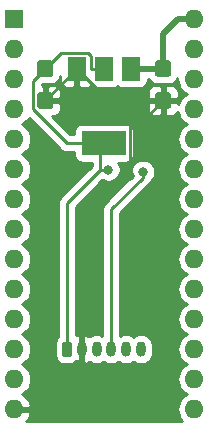
<source format=gbr>
G04 #@! TF.GenerationSoftware,KiCad,Pcbnew,(5.1.4)-1*
G04 #@! TF.CreationDate,2020-02-29T18:51:56+01:00*
G04 #@! TF.ProjectId,PLA_C64,504c415f-4336-4342-9e6b-696361645f70,rev?*
G04 #@! TF.SameCoordinates,Original*
G04 #@! TF.FileFunction,Copper,L2,Bot*
G04 #@! TF.FilePolarity,Positive*
%FSLAX46Y46*%
G04 Gerber Fmt 4.6, Leading zero omitted, Abs format (unit mm)*
G04 Created by KiCad (PCBNEW (5.1.4)-1) date 2020-02-29 18:51:56*
%MOMM*%
%LPD*%
G04 APERTURE LIST*
%ADD10O,0.800000X1.300000*%
%ADD11C,0.100000*%
%ADD12C,0.800000*%
%ADD13O,1.600000X1.600000*%
%ADD14R,1.600000X1.600000*%
%ADD15R,1.500000X2.000000*%
%ADD16R,3.800000X2.000000*%
%ADD17C,1.350000*%
%ADD18C,0.250000*%
%ADD19C,0.500000*%
%ADD20C,0.254000*%
G04 APERTURE END LIST*
D10*
X27415800Y-44574500D03*
X26165800Y-44574500D03*
X24915800Y-44574500D03*
X23665800Y-44574500D03*
X22415800Y-44574500D03*
D11*
G36*
X21385403Y-43925463D02*
G01*
X21404818Y-43928343D01*
X21423857Y-43933112D01*
X21442337Y-43939724D01*
X21460079Y-43948116D01*
X21476914Y-43958206D01*
X21492679Y-43969898D01*
X21507221Y-43983079D01*
X21520402Y-43997621D01*
X21532094Y-44013386D01*
X21542184Y-44030221D01*
X21550576Y-44047963D01*
X21557188Y-44066443D01*
X21561957Y-44085482D01*
X21564837Y-44104897D01*
X21565800Y-44124500D01*
X21565800Y-45024500D01*
X21564837Y-45044103D01*
X21561957Y-45063518D01*
X21557188Y-45082557D01*
X21550576Y-45101037D01*
X21542184Y-45118779D01*
X21532094Y-45135614D01*
X21520402Y-45151379D01*
X21507221Y-45165921D01*
X21492679Y-45179102D01*
X21476914Y-45190794D01*
X21460079Y-45200884D01*
X21442337Y-45209276D01*
X21423857Y-45215888D01*
X21404818Y-45220657D01*
X21385403Y-45223537D01*
X21365800Y-45224500D01*
X20965800Y-45224500D01*
X20946197Y-45223537D01*
X20926782Y-45220657D01*
X20907743Y-45215888D01*
X20889263Y-45209276D01*
X20871521Y-45200884D01*
X20854686Y-45190794D01*
X20838921Y-45179102D01*
X20824379Y-45165921D01*
X20811198Y-45151379D01*
X20799506Y-45135614D01*
X20789416Y-45118779D01*
X20781024Y-45101037D01*
X20774412Y-45082557D01*
X20769643Y-45063518D01*
X20766763Y-45044103D01*
X20765800Y-45024500D01*
X20765800Y-44124500D01*
X20766763Y-44104897D01*
X20769643Y-44085482D01*
X20774412Y-44066443D01*
X20781024Y-44047963D01*
X20789416Y-44030221D01*
X20799506Y-44013386D01*
X20811198Y-43997621D01*
X20824379Y-43983079D01*
X20838921Y-43969898D01*
X20854686Y-43958206D01*
X20871521Y-43948116D01*
X20889263Y-43939724D01*
X20907743Y-43933112D01*
X20926782Y-43928343D01*
X20946197Y-43925463D01*
X20965800Y-43924500D01*
X21365800Y-43924500D01*
X21385403Y-43925463D01*
X21385403Y-43925463D01*
G37*
D12*
X21165800Y-44574500D03*
D13*
X31952300Y-16628600D03*
X16712300Y-49648600D03*
X31952300Y-19168600D03*
X16712300Y-47108600D03*
X31952300Y-21708600D03*
X16712300Y-44568600D03*
X31952300Y-24248600D03*
X16712300Y-42028600D03*
X31952300Y-26788600D03*
X16712300Y-39488600D03*
X31952300Y-29328600D03*
X16712300Y-36948600D03*
X31952300Y-31868600D03*
X16712300Y-34408600D03*
X31952300Y-34408600D03*
X16712300Y-31868600D03*
X31952300Y-36948600D03*
X16712300Y-29328600D03*
X31952300Y-39488600D03*
X16712300Y-26788600D03*
X31952300Y-42028600D03*
X16712300Y-24248600D03*
X31952300Y-44568600D03*
X16712300Y-21708600D03*
X31952300Y-47108600D03*
X16712300Y-19168600D03*
X31952300Y-49648600D03*
D14*
X16712300Y-16628600D03*
D15*
X21995100Y-20827600D03*
X26595100Y-20827600D03*
X24295100Y-20827600D03*
D16*
X24295100Y-27127600D03*
D11*
G36*
X19771305Y-22812704D02*
G01*
X19795573Y-22816304D01*
X19819372Y-22822265D01*
X19842471Y-22830530D01*
X19864650Y-22841020D01*
X19885693Y-22853632D01*
X19905399Y-22868247D01*
X19923577Y-22884723D01*
X19940053Y-22902901D01*
X19954668Y-22922607D01*
X19967280Y-22943650D01*
X19977770Y-22965829D01*
X19986035Y-22988928D01*
X19991996Y-23012727D01*
X19995596Y-23036995D01*
X19996800Y-23061499D01*
X19996800Y-23961501D01*
X19995596Y-23986005D01*
X19991996Y-24010273D01*
X19986035Y-24034072D01*
X19977770Y-24057171D01*
X19967280Y-24079350D01*
X19954668Y-24100393D01*
X19940053Y-24120099D01*
X19923577Y-24138277D01*
X19905399Y-24154753D01*
X19885693Y-24169368D01*
X19864650Y-24181980D01*
X19842471Y-24192470D01*
X19819372Y-24200735D01*
X19795573Y-24206696D01*
X19771305Y-24210296D01*
X19746801Y-24211500D01*
X18896799Y-24211500D01*
X18872295Y-24210296D01*
X18848027Y-24206696D01*
X18824228Y-24200735D01*
X18801129Y-24192470D01*
X18778950Y-24181980D01*
X18757907Y-24169368D01*
X18738201Y-24154753D01*
X18720023Y-24138277D01*
X18703547Y-24120099D01*
X18688932Y-24100393D01*
X18676320Y-24079350D01*
X18665830Y-24057171D01*
X18657565Y-24034072D01*
X18651604Y-24010273D01*
X18648004Y-23986005D01*
X18646800Y-23961501D01*
X18646800Y-23061499D01*
X18648004Y-23036995D01*
X18651604Y-23012727D01*
X18657565Y-22988928D01*
X18665830Y-22965829D01*
X18676320Y-22943650D01*
X18688932Y-22922607D01*
X18703547Y-22902901D01*
X18720023Y-22884723D01*
X18738201Y-22868247D01*
X18757907Y-22853632D01*
X18778950Y-22841020D01*
X18801129Y-22830530D01*
X18824228Y-22822265D01*
X18848027Y-22816304D01*
X18872295Y-22812704D01*
X18896799Y-22811500D01*
X19746801Y-22811500D01*
X19771305Y-22812704D01*
X19771305Y-22812704D01*
G37*
D17*
X19321800Y-23511500D03*
D11*
G36*
X19771305Y-20112704D02*
G01*
X19795573Y-20116304D01*
X19819372Y-20122265D01*
X19842471Y-20130530D01*
X19864650Y-20141020D01*
X19885693Y-20153632D01*
X19905399Y-20168247D01*
X19923577Y-20184723D01*
X19940053Y-20202901D01*
X19954668Y-20222607D01*
X19967280Y-20243650D01*
X19977770Y-20265829D01*
X19986035Y-20288928D01*
X19991996Y-20312727D01*
X19995596Y-20336995D01*
X19996800Y-20361499D01*
X19996800Y-21261501D01*
X19995596Y-21286005D01*
X19991996Y-21310273D01*
X19986035Y-21334072D01*
X19977770Y-21357171D01*
X19967280Y-21379350D01*
X19954668Y-21400393D01*
X19940053Y-21420099D01*
X19923577Y-21438277D01*
X19905399Y-21454753D01*
X19885693Y-21469368D01*
X19864650Y-21481980D01*
X19842471Y-21492470D01*
X19819372Y-21500735D01*
X19795573Y-21506696D01*
X19771305Y-21510296D01*
X19746801Y-21511500D01*
X18896799Y-21511500D01*
X18872295Y-21510296D01*
X18848027Y-21506696D01*
X18824228Y-21500735D01*
X18801129Y-21492470D01*
X18778950Y-21481980D01*
X18757907Y-21469368D01*
X18738201Y-21454753D01*
X18720023Y-21438277D01*
X18703547Y-21420099D01*
X18688932Y-21400393D01*
X18676320Y-21379350D01*
X18665830Y-21357171D01*
X18657565Y-21334072D01*
X18651604Y-21310273D01*
X18648004Y-21286005D01*
X18646800Y-21261501D01*
X18646800Y-20361499D01*
X18648004Y-20336995D01*
X18651604Y-20312727D01*
X18657565Y-20288928D01*
X18665830Y-20265829D01*
X18676320Y-20243650D01*
X18688932Y-20222607D01*
X18703547Y-20202901D01*
X18720023Y-20184723D01*
X18738201Y-20168247D01*
X18757907Y-20153632D01*
X18778950Y-20141020D01*
X18801129Y-20130530D01*
X18824228Y-20122265D01*
X18848027Y-20116304D01*
X18872295Y-20112704D01*
X18896799Y-20111500D01*
X19746801Y-20111500D01*
X19771305Y-20112704D01*
X19771305Y-20112704D01*
G37*
D17*
X19321800Y-20811500D03*
D11*
G36*
X29743305Y-22812704D02*
G01*
X29767573Y-22816304D01*
X29791372Y-22822265D01*
X29814471Y-22830530D01*
X29836650Y-22841020D01*
X29857693Y-22853632D01*
X29877399Y-22868247D01*
X29895577Y-22884723D01*
X29912053Y-22902901D01*
X29926668Y-22922607D01*
X29939280Y-22943650D01*
X29949770Y-22965829D01*
X29958035Y-22988928D01*
X29963996Y-23012727D01*
X29967596Y-23036995D01*
X29968800Y-23061499D01*
X29968800Y-23961501D01*
X29967596Y-23986005D01*
X29963996Y-24010273D01*
X29958035Y-24034072D01*
X29949770Y-24057171D01*
X29939280Y-24079350D01*
X29926668Y-24100393D01*
X29912053Y-24120099D01*
X29895577Y-24138277D01*
X29877399Y-24154753D01*
X29857693Y-24169368D01*
X29836650Y-24181980D01*
X29814471Y-24192470D01*
X29791372Y-24200735D01*
X29767573Y-24206696D01*
X29743305Y-24210296D01*
X29718801Y-24211500D01*
X28868799Y-24211500D01*
X28844295Y-24210296D01*
X28820027Y-24206696D01*
X28796228Y-24200735D01*
X28773129Y-24192470D01*
X28750950Y-24181980D01*
X28729907Y-24169368D01*
X28710201Y-24154753D01*
X28692023Y-24138277D01*
X28675547Y-24120099D01*
X28660932Y-24100393D01*
X28648320Y-24079350D01*
X28637830Y-24057171D01*
X28629565Y-24034072D01*
X28623604Y-24010273D01*
X28620004Y-23986005D01*
X28618800Y-23961501D01*
X28618800Y-23061499D01*
X28620004Y-23036995D01*
X28623604Y-23012727D01*
X28629565Y-22988928D01*
X28637830Y-22965829D01*
X28648320Y-22943650D01*
X28660932Y-22922607D01*
X28675547Y-22902901D01*
X28692023Y-22884723D01*
X28710201Y-22868247D01*
X28729907Y-22853632D01*
X28750950Y-22841020D01*
X28773129Y-22830530D01*
X28796228Y-22822265D01*
X28820027Y-22816304D01*
X28844295Y-22812704D01*
X28868799Y-22811500D01*
X29718801Y-22811500D01*
X29743305Y-22812704D01*
X29743305Y-22812704D01*
G37*
D17*
X29293800Y-23511500D03*
D11*
G36*
X29743305Y-20112704D02*
G01*
X29767573Y-20116304D01*
X29791372Y-20122265D01*
X29814471Y-20130530D01*
X29836650Y-20141020D01*
X29857693Y-20153632D01*
X29877399Y-20168247D01*
X29895577Y-20184723D01*
X29912053Y-20202901D01*
X29926668Y-20222607D01*
X29939280Y-20243650D01*
X29949770Y-20265829D01*
X29958035Y-20288928D01*
X29963996Y-20312727D01*
X29967596Y-20336995D01*
X29968800Y-20361499D01*
X29968800Y-21261501D01*
X29967596Y-21286005D01*
X29963996Y-21310273D01*
X29958035Y-21334072D01*
X29949770Y-21357171D01*
X29939280Y-21379350D01*
X29926668Y-21400393D01*
X29912053Y-21420099D01*
X29895577Y-21438277D01*
X29877399Y-21454753D01*
X29857693Y-21469368D01*
X29836650Y-21481980D01*
X29814471Y-21492470D01*
X29791372Y-21500735D01*
X29767573Y-21506696D01*
X29743305Y-21510296D01*
X29718801Y-21511500D01*
X28868799Y-21511500D01*
X28844295Y-21510296D01*
X28820027Y-21506696D01*
X28796228Y-21500735D01*
X28773129Y-21492470D01*
X28750950Y-21481980D01*
X28729907Y-21469368D01*
X28710201Y-21454753D01*
X28692023Y-21438277D01*
X28675547Y-21420099D01*
X28660932Y-21400393D01*
X28648320Y-21379350D01*
X28637830Y-21357171D01*
X28629565Y-21334072D01*
X28623604Y-21310273D01*
X28620004Y-21286005D01*
X28618800Y-21261501D01*
X28618800Y-20361499D01*
X28620004Y-20336995D01*
X28623604Y-20312727D01*
X28629565Y-20288928D01*
X28637830Y-20265829D01*
X28648320Y-20243650D01*
X28660932Y-20222607D01*
X28675547Y-20202901D01*
X28692023Y-20184723D01*
X28710201Y-20168247D01*
X28729907Y-20153632D01*
X28750950Y-20141020D01*
X28773129Y-20130530D01*
X28796228Y-20122265D01*
X28820027Y-20116304D01*
X28844295Y-20112704D01*
X28868799Y-20111500D01*
X29718801Y-20111500D01*
X29743305Y-20112704D01*
X29743305Y-20112704D01*
G37*
D17*
X29293800Y-20811500D03*
D12*
X26539200Y-29937300D03*
X24660300Y-29367900D03*
X27582000Y-29566200D03*
D18*
X22000400Y-20832900D02*
X21995100Y-20827600D01*
X19321800Y-23511500D02*
X22000400Y-20832900D01*
X22000400Y-20832900D02*
X25895400Y-24727900D01*
X25895400Y-24727900D02*
X26539200Y-24727900D01*
X26539200Y-24727900D02*
X28077400Y-24727900D01*
X28077400Y-24727900D02*
X29293800Y-23511500D01*
X26539200Y-24727900D02*
X26539200Y-29937300D01*
X22415800Y-44574500D02*
X22415800Y-34060700D01*
X22415800Y-34060700D02*
X26539200Y-29937300D01*
X22415800Y-44574500D02*
X22415800Y-45549800D01*
X16712300Y-49648600D02*
X17837600Y-49648600D01*
X17837600Y-49648600D02*
X21936400Y-45549800D01*
X21936400Y-45549800D02*
X22415800Y-45549800D01*
X23999600Y-29367900D02*
X21165800Y-32201700D01*
X21165800Y-32201700D02*
X21165800Y-44574500D01*
X23182500Y-27127600D02*
X23999600Y-27944700D01*
X23999600Y-27944700D02*
X23999600Y-29367900D01*
X23999600Y-29367900D02*
X24660300Y-29367900D01*
X24295100Y-20827600D02*
X23219800Y-20827600D01*
X19321800Y-20811500D02*
X18275600Y-21857700D01*
X18275600Y-21857700D02*
X18275600Y-24275100D01*
X18275600Y-24275100D02*
X21128100Y-27127600D01*
X21128100Y-27127600D02*
X23182500Y-27127600D01*
X23219800Y-20827600D02*
X23219800Y-19752300D01*
X23219800Y-19752300D02*
X22969700Y-19502200D01*
X22969700Y-19502200D02*
X20631100Y-19502200D01*
X20631100Y-19502200D02*
X19321800Y-20811500D01*
X24295100Y-27127600D02*
X23182500Y-27127600D01*
X24915800Y-44574500D02*
X24915800Y-32723700D01*
X24915800Y-32723700D02*
X27582000Y-30057500D01*
X27582000Y-30057500D02*
X27582000Y-29566200D01*
X29293800Y-20811500D02*
X29293800Y-20210200D01*
D19*
X29293800Y-20811500D02*
X26595060Y-20811500D01*
X29293800Y-20811500D02*
X29293800Y-17874000D01*
X29293800Y-17874000D02*
X30538420Y-16629380D01*
X30538420Y-16629380D02*
X31932880Y-16629380D01*
D20*
G36*
X22122100Y-20700600D02*
G01*
X22142100Y-20700600D01*
X22142100Y-20954600D01*
X22122100Y-20954600D01*
X22122100Y-22303850D01*
X22280850Y-22462600D01*
X22745100Y-22465672D01*
X22869582Y-22453412D01*
X22989280Y-22417102D01*
X23099594Y-22358137D01*
X23145100Y-22320791D01*
X23190606Y-22358137D01*
X23300920Y-22417102D01*
X23420618Y-22453412D01*
X23545100Y-22465672D01*
X25045100Y-22465672D01*
X25169582Y-22453412D01*
X25289280Y-22417102D01*
X25399594Y-22358137D01*
X25445100Y-22320791D01*
X25490606Y-22358137D01*
X25600920Y-22417102D01*
X25720618Y-22453412D01*
X25845100Y-22465672D01*
X27345100Y-22465672D01*
X27469582Y-22453412D01*
X27589280Y-22417102D01*
X27699594Y-22358137D01*
X27796285Y-22278785D01*
X27875637Y-22182094D01*
X27934602Y-22071780D01*
X27970912Y-21952082D01*
X27983172Y-21827600D01*
X27983172Y-21696500D01*
X28099186Y-21696500D01*
X28130395Y-21754887D01*
X28240838Y-21889462D01*
X28375413Y-21999905D01*
X28528949Y-22081972D01*
X28695545Y-22132508D01*
X28868799Y-22149572D01*
X29718801Y-22149572D01*
X29892055Y-22132508D01*
X30058651Y-22081972D01*
X30212187Y-21999905D01*
X30346762Y-21889462D01*
X30457205Y-21754887D01*
X30516775Y-21643440D01*
X30510357Y-21708600D01*
X30538064Y-21989909D01*
X30620118Y-22260408D01*
X30753368Y-22509701D01*
X30932692Y-22728208D01*
X31151199Y-22907532D01*
X31284158Y-22978600D01*
X31151199Y-23049668D01*
X30932692Y-23228992D01*
X30753368Y-23447499D01*
X30620118Y-23696792D01*
X30592939Y-23786389D01*
X30445050Y-23638500D01*
X29420800Y-23638500D01*
X29420800Y-24687750D01*
X29579550Y-24846500D01*
X29968800Y-24849572D01*
X30093282Y-24837312D01*
X30212980Y-24801002D01*
X30323294Y-24742037D01*
X30419985Y-24662685D01*
X30499337Y-24565994D01*
X30535039Y-24499201D01*
X30538064Y-24529909D01*
X30620118Y-24800408D01*
X30753368Y-25049701D01*
X30932692Y-25268208D01*
X31151199Y-25447532D01*
X31284158Y-25518600D01*
X31151199Y-25589668D01*
X30932692Y-25768992D01*
X30753368Y-25987499D01*
X30620118Y-26236792D01*
X30538064Y-26507291D01*
X30510357Y-26788600D01*
X30538064Y-27069909D01*
X30620118Y-27340408D01*
X30753368Y-27589701D01*
X30932692Y-27808208D01*
X31151199Y-27987532D01*
X31284158Y-28058600D01*
X31151199Y-28129668D01*
X30932692Y-28308992D01*
X30753368Y-28527499D01*
X30620118Y-28776792D01*
X30538064Y-29047291D01*
X30510357Y-29328600D01*
X30538064Y-29609909D01*
X30620118Y-29880408D01*
X30753368Y-30129701D01*
X30932692Y-30348208D01*
X31151199Y-30527532D01*
X31284158Y-30598600D01*
X31151199Y-30669668D01*
X30932692Y-30848992D01*
X30753368Y-31067499D01*
X30620118Y-31316792D01*
X30538064Y-31587291D01*
X30510357Y-31868600D01*
X30538064Y-32149909D01*
X30620118Y-32420408D01*
X30753368Y-32669701D01*
X30932692Y-32888208D01*
X31151199Y-33067532D01*
X31284158Y-33138600D01*
X31151199Y-33209668D01*
X30932692Y-33388992D01*
X30753368Y-33607499D01*
X30620118Y-33856792D01*
X30538064Y-34127291D01*
X30510357Y-34408600D01*
X30538064Y-34689909D01*
X30620118Y-34960408D01*
X30753368Y-35209701D01*
X30932692Y-35428208D01*
X31151199Y-35607532D01*
X31284158Y-35678600D01*
X31151199Y-35749668D01*
X30932692Y-35928992D01*
X30753368Y-36147499D01*
X30620118Y-36396792D01*
X30538064Y-36667291D01*
X30510357Y-36948600D01*
X30538064Y-37229909D01*
X30620118Y-37500408D01*
X30753368Y-37749701D01*
X30932692Y-37968208D01*
X31151199Y-38147532D01*
X31284158Y-38218600D01*
X31151199Y-38289668D01*
X30932692Y-38468992D01*
X30753368Y-38687499D01*
X30620118Y-38936792D01*
X30538064Y-39207291D01*
X30510357Y-39488600D01*
X30538064Y-39769909D01*
X30620118Y-40040408D01*
X30753368Y-40289701D01*
X30932692Y-40508208D01*
X31151199Y-40687532D01*
X31284158Y-40758600D01*
X31151199Y-40829668D01*
X30932692Y-41008992D01*
X30753368Y-41227499D01*
X30620118Y-41476792D01*
X30538064Y-41747291D01*
X30510357Y-42028600D01*
X30538064Y-42309909D01*
X30620118Y-42580408D01*
X30753368Y-42829701D01*
X30932692Y-43048208D01*
X31151199Y-43227532D01*
X31284158Y-43298600D01*
X31151199Y-43369668D01*
X30932692Y-43548992D01*
X30753368Y-43767499D01*
X30620118Y-44016792D01*
X30538064Y-44287291D01*
X30510357Y-44568600D01*
X30538064Y-44849909D01*
X30620118Y-45120408D01*
X30753368Y-45369701D01*
X30932692Y-45588208D01*
X31151199Y-45767532D01*
X31284158Y-45838600D01*
X31151199Y-45909668D01*
X30932692Y-46088992D01*
X30753368Y-46307499D01*
X30620118Y-46556792D01*
X30538064Y-46827291D01*
X30510357Y-47108600D01*
X30538064Y-47389909D01*
X30620118Y-47660408D01*
X30753368Y-47909701D01*
X30932692Y-48128208D01*
X31151199Y-48307532D01*
X31284158Y-48378600D01*
X31151199Y-48449668D01*
X30932692Y-48628992D01*
X30753368Y-48847499D01*
X30620118Y-49096792D01*
X30538064Y-49367291D01*
X30510357Y-49648600D01*
X30538064Y-49929909D01*
X30620118Y-50200408D01*
X30753368Y-50449701D01*
X30930059Y-50665000D01*
X17717389Y-50665000D01*
X17775819Y-50612014D01*
X17943337Y-50386020D01*
X18063546Y-50131687D01*
X18104204Y-49997639D01*
X17982215Y-49775600D01*
X16839300Y-49775600D01*
X16839300Y-49795600D01*
X16585300Y-49795600D01*
X16585300Y-49775600D01*
X16565300Y-49775600D01*
X16565300Y-49521600D01*
X16585300Y-49521600D01*
X16585300Y-49501600D01*
X16839300Y-49501600D01*
X16839300Y-49521600D01*
X17982215Y-49521600D01*
X18104204Y-49299561D01*
X18063546Y-49165513D01*
X17943337Y-48911180D01*
X17775819Y-48685186D01*
X17567431Y-48496215D01*
X17375618Y-48381179D01*
X17513401Y-48307532D01*
X17731908Y-48128208D01*
X17911232Y-47909701D01*
X18044482Y-47660408D01*
X18126536Y-47389909D01*
X18154243Y-47108600D01*
X18126536Y-46827291D01*
X18044482Y-46556792D01*
X17911232Y-46307499D01*
X17731908Y-46088992D01*
X17513401Y-45909668D01*
X17380442Y-45838600D01*
X17513401Y-45767532D01*
X17731908Y-45588208D01*
X17911232Y-45369701D01*
X18044482Y-45120408D01*
X18126536Y-44849909D01*
X18154243Y-44568600D01*
X18126536Y-44287291D01*
X18044482Y-44016792D01*
X17911232Y-43767499D01*
X17731908Y-43548992D01*
X17513401Y-43369668D01*
X17380442Y-43298600D01*
X17513401Y-43227532D01*
X17731908Y-43048208D01*
X17911232Y-42829701D01*
X18044482Y-42580408D01*
X18126536Y-42309909D01*
X18154243Y-42028600D01*
X18126536Y-41747291D01*
X18044482Y-41476792D01*
X17911232Y-41227499D01*
X17731908Y-41008992D01*
X17513401Y-40829668D01*
X17380442Y-40758600D01*
X17513401Y-40687532D01*
X17731908Y-40508208D01*
X17911232Y-40289701D01*
X18044482Y-40040408D01*
X18126536Y-39769909D01*
X18154243Y-39488600D01*
X18126536Y-39207291D01*
X18044482Y-38936792D01*
X17911232Y-38687499D01*
X17731908Y-38468992D01*
X17513401Y-38289668D01*
X17380442Y-38218600D01*
X17513401Y-38147532D01*
X17731908Y-37968208D01*
X17911232Y-37749701D01*
X18044482Y-37500408D01*
X18126536Y-37229909D01*
X18154243Y-36948600D01*
X18126536Y-36667291D01*
X18044482Y-36396792D01*
X17911232Y-36147499D01*
X17731908Y-35928992D01*
X17513401Y-35749668D01*
X17380442Y-35678600D01*
X17513401Y-35607532D01*
X17731908Y-35428208D01*
X17911232Y-35209701D01*
X18044482Y-34960408D01*
X18126536Y-34689909D01*
X18154243Y-34408600D01*
X18126536Y-34127291D01*
X18044482Y-33856792D01*
X17911232Y-33607499D01*
X17731908Y-33388992D01*
X17513401Y-33209668D01*
X17380442Y-33138600D01*
X17513401Y-33067532D01*
X17731908Y-32888208D01*
X17911232Y-32669701D01*
X18044482Y-32420408D01*
X18126536Y-32149909D01*
X18154243Y-31868600D01*
X18126536Y-31587291D01*
X18044482Y-31316792D01*
X17911232Y-31067499D01*
X17731908Y-30848992D01*
X17513401Y-30669668D01*
X17380442Y-30598600D01*
X17513401Y-30527532D01*
X17731908Y-30348208D01*
X17911232Y-30129701D01*
X18044482Y-29880408D01*
X18126536Y-29609909D01*
X18154243Y-29328600D01*
X18126536Y-29047291D01*
X18044482Y-28776792D01*
X17911232Y-28527499D01*
X17731908Y-28308992D01*
X17513401Y-28129668D01*
X17380442Y-28058600D01*
X17513401Y-27987532D01*
X17731908Y-27808208D01*
X17911232Y-27589701D01*
X18044482Y-27340408D01*
X18126536Y-27069909D01*
X18154243Y-26788600D01*
X18126536Y-26507291D01*
X18044482Y-26236792D01*
X17911232Y-25987499D01*
X17731908Y-25768992D01*
X17513401Y-25589668D01*
X17380442Y-25518600D01*
X17513401Y-25447532D01*
X17731908Y-25268208D01*
X17911232Y-25049701D01*
X17933583Y-25007884D01*
X20564300Y-27638602D01*
X20588099Y-27667601D01*
X20703824Y-27762574D01*
X20835853Y-27833146D01*
X20979114Y-27876603D01*
X21090767Y-27887600D01*
X21090776Y-27887600D01*
X21128099Y-27891276D01*
X21165422Y-27887600D01*
X21757028Y-27887600D01*
X21757028Y-28127600D01*
X21769288Y-28252082D01*
X21805598Y-28371780D01*
X21864563Y-28482094D01*
X21943915Y-28578785D01*
X22040606Y-28658137D01*
X22150920Y-28717102D01*
X22270618Y-28753412D01*
X22395100Y-28765672D01*
X23239601Y-28765672D01*
X23239601Y-29053096D01*
X20654803Y-31637896D01*
X20625799Y-31661699D01*
X20570671Y-31728874D01*
X20530826Y-31777424D01*
X20482091Y-31868600D01*
X20460254Y-31909454D01*
X20416797Y-32052715D01*
X20405800Y-32164368D01*
X20405800Y-32164378D01*
X20402124Y-32201700D01*
X20405800Y-32239022D01*
X20405801Y-43505134D01*
X20373194Y-43531894D01*
X20268969Y-43658892D01*
X20191522Y-43803784D01*
X20143831Y-43961000D01*
X20127728Y-44124500D01*
X20127728Y-45024500D01*
X20143831Y-45188000D01*
X20191522Y-45345216D01*
X20268969Y-45490108D01*
X20373194Y-45617106D01*
X20500192Y-45721331D01*
X20645084Y-45798778D01*
X20802300Y-45846469D01*
X20965800Y-45862572D01*
X21365800Y-45862572D01*
X21529300Y-45846469D01*
X21686516Y-45798778D01*
X21831408Y-45721331D01*
X21849785Y-45706249D01*
X21867640Y-45719755D01*
X22052828Y-45809494D01*
X22129677Y-45819166D01*
X22288800Y-45691498D01*
X22288800Y-44701500D01*
X22268800Y-44701500D01*
X22268800Y-44447500D01*
X22288800Y-44447500D01*
X22288800Y-43457502D01*
X22542800Y-43457502D01*
X22542800Y-44447500D01*
X22562800Y-44447500D01*
X22562800Y-44701500D01*
X22542800Y-44701500D01*
X22542800Y-45691498D01*
X22701923Y-45819166D01*
X22778772Y-45809494D01*
X22963960Y-45719755D01*
X23047863Y-45656291D01*
X23088004Y-45689234D01*
X23267808Y-45785341D01*
X23462906Y-45844524D01*
X23665800Y-45864507D01*
X23868695Y-45844524D01*
X24063793Y-45785341D01*
X24243597Y-45689234D01*
X24290801Y-45650495D01*
X24338004Y-45689234D01*
X24517808Y-45785341D01*
X24712906Y-45844524D01*
X24915800Y-45864507D01*
X25118695Y-45844524D01*
X25313793Y-45785341D01*
X25493597Y-45689234D01*
X25540801Y-45650495D01*
X25588004Y-45689234D01*
X25767808Y-45785341D01*
X25962906Y-45844524D01*
X26165800Y-45864507D01*
X26368695Y-45844524D01*
X26563793Y-45785341D01*
X26743597Y-45689234D01*
X26790801Y-45650495D01*
X26838004Y-45689234D01*
X27017808Y-45785341D01*
X27212906Y-45844524D01*
X27415800Y-45864507D01*
X27618695Y-45844524D01*
X27813793Y-45785341D01*
X27993597Y-45689234D01*
X28151196Y-45559896D01*
X28280534Y-45402297D01*
X28376641Y-45222492D01*
X28435824Y-45027394D01*
X28450800Y-44875337D01*
X28450800Y-44273662D01*
X28435824Y-44121605D01*
X28376641Y-43926507D01*
X28280534Y-43746703D01*
X28151196Y-43589104D01*
X27993597Y-43459766D01*
X27813792Y-43363659D01*
X27618694Y-43304476D01*
X27415800Y-43284493D01*
X27212905Y-43304476D01*
X27017807Y-43363659D01*
X26838003Y-43459766D01*
X26790800Y-43498504D01*
X26743597Y-43459766D01*
X26563792Y-43363659D01*
X26368694Y-43304476D01*
X26165800Y-43284493D01*
X25962905Y-43304476D01*
X25767807Y-43363659D01*
X25675800Y-43412838D01*
X25675800Y-33038501D01*
X28093004Y-30621298D01*
X28122001Y-30597501D01*
X28216974Y-30481776D01*
X28287546Y-30349747D01*
X28298598Y-30313313D01*
X28385937Y-30225974D01*
X28499205Y-30056456D01*
X28577226Y-29868098D01*
X28617000Y-29668139D01*
X28617000Y-29464261D01*
X28577226Y-29264302D01*
X28499205Y-29075944D01*
X28385937Y-28906426D01*
X28241774Y-28762263D01*
X28072256Y-28648995D01*
X27883898Y-28570974D01*
X27683939Y-28531200D01*
X27480061Y-28531200D01*
X27280102Y-28570974D01*
X27091744Y-28648995D01*
X26922226Y-28762263D01*
X26778063Y-28906426D01*
X26664795Y-29075944D01*
X26586774Y-29264302D01*
X26547000Y-29464261D01*
X26547000Y-29668139D01*
X26586774Y-29868098D01*
X26618942Y-29945757D01*
X24404798Y-32159901D01*
X24375800Y-32183699D01*
X24352002Y-32212697D01*
X24352001Y-32212698D01*
X24280826Y-32299424D01*
X24210254Y-32431454D01*
X24191298Y-32493946D01*
X24166798Y-32574714D01*
X24155801Y-32686367D01*
X24152124Y-32723700D01*
X24155801Y-32761032D01*
X24155800Y-43412838D01*
X24063792Y-43363659D01*
X23868694Y-43304476D01*
X23665800Y-43284493D01*
X23462905Y-43304476D01*
X23267807Y-43363659D01*
X23088003Y-43459766D01*
X23047862Y-43492709D01*
X22963960Y-43429245D01*
X22778772Y-43339506D01*
X22701923Y-43329834D01*
X22542800Y-43457502D01*
X22288800Y-43457502D01*
X22129677Y-43329834D01*
X22052828Y-43339506D01*
X21925800Y-43401062D01*
X21925800Y-32516501D01*
X24162343Y-30279960D01*
X24170044Y-30285105D01*
X24358402Y-30363126D01*
X24558361Y-30402900D01*
X24762239Y-30402900D01*
X24962198Y-30363126D01*
X25150556Y-30285105D01*
X25320074Y-30171837D01*
X25464237Y-30027674D01*
X25577505Y-29858156D01*
X25655526Y-29669798D01*
X25695300Y-29469839D01*
X25695300Y-29265961D01*
X25655526Y-29066002D01*
X25577505Y-28877644D01*
X25502688Y-28765672D01*
X26195100Y-28765672D01*
X26319582Y-28753412D01*
X26439280Y-28717102D01*
X26549594Y-28658137D01*
X26646285Y-28578785D01*
X26725637Y-28482094D01*
X26784602Y-28371780D01*
X26820912Y-28252082D01*
X26833172Y-28127600D01*
X26833172Y-26127600D01*
X26820912Y-26003118D01*
X26784602Y-25883420D01*
X26725637Y-25773106D01*
X26646285Y-25676415D01*
X26549594Y-25597063D01*
X26439280Y-25538098D01*
X26319582Y-25501788D01*
X26195100Y-25489528D01*
X22395100Y-25489528D01*
X22270618Y-25501788D01*
X22150920Y-25538098D01*
X22040606Y-25597063D01*
X21943915Y-25676415D01*
X21864563Y-25773106D01*
X21805598Y-25883420D01*
X21769288Y-26003118D01*
X21757028Y-26127600D01*
X21757028Y-26367600D01*
X21442902Y-26367600D01*
X19924301Y-24849000D01*
X19996800Y-24849572D01*
X20121282Y-24837312D01*
X20240980Y-24801002D01*
X20351294Y-24742037D01*
X20447985Y-24662685D01*
X20527337Y-24565994D01*
X20586302Y-24455680D01*
X20622612Y-24335982D01*
X20634872Y-24211500D01*
X27980728Y-24211500D01*
X27992988Y-24335982D01*
X28029298Y-24455680D01*
X28088263Y-24565994D01*
X28167615Y-24662685D01*
X28264306Y-24742037D01*
X28374620Y-24801002D01*
X28494318Y-24837312D01*
X28618800Y-24849572D01*
X29008050Y-24846500D01*
X29166800Y-24687750D01*
X29166800Y-23638500D01*
X28142550Y-23638500D01*
X27983800Y-23797250D01*
X27980728Y-24211500D01*
X20634872Y-24211500D01*
X20631800Y-23797250D01*
X20473050Y-23638500D01*
X19448800Y-23638500D01*
X19448800Y-23658500D01*
X19194800Y-23658500D01*
X19194800Y-23638500D01*
X19174800Y-23638500D01*
X19174800Y-23384500D01*
X19194800Y-23384500D01*
X19194800Y-22335250D01*
X19448800Y-22335250D01*
X19448800Y-23384500D01*
X20473050Y-23384500D01*
X20631800Y-23225750D01*
X20634872Y-22811500D01*
X27980728Y-22811500D01*
X27983800Y-23225750D01*
X28142550Y-23384500D01*
X29166800Y-23384500D01*
X29166800Y-22335250D01*
X29420800Y-22335250D01*
X29420800Y-23384500D01*
X30445050Y-23384500D01*
X30603800Y-23225750D01*
X30606872Y-22811500D01*
X30594612Y-22687018D01*
X30558302Y-22567320D01*
X30499337Y-22457006D01*
X30419985Y-22360315D01*
X30323294Y-22280963D01*
X30212980Y-22221998D01*
X30093282Y-22185688D01*
X29968800Y-22173428D01*
X29579550Y-22176500D01*
X29420800Y-22335250D01*
X29166800Y-22335250D01*
X29008050Y-22176500D01*
X28618800Y-22173428D01*
X28494318Y-22185688D01*
X28374620Y-22221998D01*
X28264306Y-22280963D01*
X28167615Y-22360315D01*
X28088263Y-22457006D01*
X28029298Y-22567320D01*
X27992988Y-22687018D01*
X27980728Y-22811500D01*
X20634872Y-22811500D01*
X20622612Y-22687018D01*
X20586302Y-22567320D01*
X20527337Y-22457006D01*
X20447985Y-22360315D01*
X20351294Y-22280963D01*
X20240980Y-22221998D01*
X20121282Y-22185688D01*
X19996800Y-22173428D01*
X19607550Y-22176500D01*
X19448800Y-22335250D01*
X19194800Y-22335250D01*
X19036050Y-22176500D01*
X19035600Y-22176496D01*
X19035600Y-22172501D01*
X19058529Y-22149572D01*
X19746801Y-22149572D01*
X19920055Y-22132508D01*
X20086651Y-22081972D01*
X20240187Y-21999905D01*
X20374762Y-21889462D01*
X20485205Y-21754887D01*
X20567272Y-21601351D01*
X20608587Y-21465153D01*
X20607028Y-21827600D01*
X20619288Y-21952082D01*
X20655598Y-22071780D01*
X20714563Y-22182094D01*
X20793915Y-22278785D01*
X20890606Y-22358137D01*
X21000920Y-22417102D01*
X21120618Y-22453412D01*
X21245100Y-22465672D01*
X21709350Y-22462600D01*
X21868100Y-22303850D01*
X21868100Y-20954600D01*
X21848100Y-20954600D01*
X21848100Y-20700600D01*
X21868100Y-20700600D01*
X21868100Y-20680600D01*
X22122100Y-20680600D01*
X22122100Y-20700600D01*
X22122100Y-20700600D01*
G37*
X22122100Y-20700600D02*
X22142100Y-20700600D01*
X22142100Y-20954600D01*
X22122100Y-20954600D01*
X22122100Y-22303850D01*
X22280850Y-22462600D01*
X22745100Y-22465672D01*
X22869582Y-22453412D01*
X22989280Y-22417102D01*
X23099594Y-22358137D01*
X23145100Y-22320791D01*
X23190606Y-22358137D01*
X23300920Y-22417102D01*
X23420618Y-22453412D01*
X23545100Y-22465672D01*
X25045100Y-22465672D01*
X25169582Y-22453412D01*
X25289280Y-22417102D01*
X25399594Y-22358137D01*
X25445100Y-22320791D01*
X25490606Y-22358137D01*
X25600920Y-22417102D01*
X25720618Y-22453412D01*
X25845100Y-22465672D01*
X27345100Y-22465672D01*
X27469582Y-22453412D01*
X27589280Y-22417102D01*
X27699594Y-22358137D01*
X27796285Y-22278785D01*
X27875637Y-22182094D01*
X27934602Y-22071780D01*
X27970912Y-21952082D01*
X27983172Y-21827600D01*
X27983172Y-21696500D01*
X28099186Y-21696500D01*
X28130395Y-21754887D01*
X28240838Y-21889462D01*
X28375413Y-21999905D01*
X28528949Y-22081972D01*
X28695545Y-22132508D01*
X28868799Y-22149572D01*
X29718801Y-22149572D01*
X29892055Y-22132508D01*
X30058651Y-22081972D01*
X30212187Y-21999905D01*
X30346762Y-21889462D01*
X30457205Y-21754887D01*
X30516775Y-21643440D01*
X30510357Y-21708600D01*
X30538064Y-21989909D01*
X30620118Y-22260408D01*
X30753368Y-22509701D01*
X30932692Y-22728208D01*
X31151199Y-22907532D01*
X31284158Y-22978600D01*
X31151199Y-23049668D01*
X30932692Y-23228992D01*
X30753368Y-23447499D01*
X30620118Y-23696792D01*
X30592939Y-23786389D01*
X30445050Y-23638500D01*
X29420800Y-23638500D01*
X29420800Y-24687750D01*
X29579550Y-24846500D01*
X29968800Y-24849572D01*
X30093282Y-24837312D01*
X30212980Y-24801002D01*
X30323294Y-24742037D01*
X30419985Y-24662685D01*
X30499337Y-24565994D01*
X30535039Y-24499201D01*
X30538064Y-24529909D01*
X30620118Y-24800408D01*
X30753368Y-25049701D01*
X30932692Y-25268208D01*
X31151199Y-25447532D01*
X31284158Y-25518600D01*
X31151199Y-25589668D01*
X30932692Y-25768992D01*
X30753368Y-25987499D01*
X30620118Y-26236792D01*
X30538064Y-26507291D01*
X30510357Y-26788600D01*
X30538064Y-27069909D01*
X30620118Y-27340408D01*
X30753368Y-27589701D01*
X30932692Y-27808208D01*
X31151199Y-27987532D01*
X31284158Y-28058600D01*
X31151199Y-28129668D01*
X30932692Y-28308992D01*
X30753368Y-28527499D01*
X30620118Y-28776792D01*
X30538064Y-29047291D01*
X30510357Y-29328600D01*
X30538064Y-29609909D01*
X30620118Y-29880408D01*
X30753368Y-30129701D01*
X30932692Y-30348208D01*
X31151199Y-30527532D01*
X31284158Y-30598600D01*
X31151199Y-30669668D01*
X30932692Y-30848992D01*
X30753368Y-31067499D01*
X30620118Y-31316792D01*
X30538064Y-31587291D01*
X30510357Y-31868600D01*
X30538064Y-32149909D01*
X30620118Y-32420408D01*
X30753368Y-32669701D01*
X30932692Y-32888208D01*
X31151199Y-33067532D01*
X31284158Y-33138600D01*
X31151199Y-33209668D01*
X30932692Y-33388992D01*
X30753368Y-33607499D01*
X30620118Y-33856792D01*
X30538064Y-34127291D01*
X30510357Y-34408600D01*
X30538064Y-34689909D01*
X30620118Y-34960408D01*
X30753368Y-35209701D01*
X30932692Y-35428208D01*
X31151199Y-35607532D01*
X31284158Y-35678600D01*
X31151199Y-35749668D01*
X30932692Y-35928992D01*
X30753368Y-36147499D01*
X30620118Y-36396792D01*
X30538064Y-36667291D01*
X30510357Y-36948600D01*
X30538064Y-37229909D01*
X30620118Y-37500408D01*
X30753368Y-37749701D01*
X30932692Y-37968208D01*
X31151199Y-38147532D01*
X31284158Y-38218600D01*
X31151199Y-38289668D01*
X30932692Y-38468992D01*
X30753368Y-38687499D01*
X30620118Y-38936792D01*
X30538064Y-39207291D01*
X30510357Y-39488600D01*
X30538064Y-39769909D01*
X30620118Y-40040408D01*
X30753368Y-40289701D01*
X30932692Y-40508208D01*
X31151199Y-40687532D01*
X31284158Y-40758600D01*
X31151199Y-40829668D01*
X30932692Y-41008992D01*
X30753368Y-41227499D01*
X30620118Y-41476792D01*
X30538064Y-41747291D01*
X30510357Y-42028600D01*
X30538064Y-42309909D01*
X30620118Y-42580408D01*
X30753368Y-42829701D01*
X30932692Y-43048208D01*
X31151199Y-43227532D01*
X31284158Y-43298600D01*
X31151199Y-43369668D01*
X30932692Y-43548992D01*
X30753368Y-43767499D01*
X30620118Y-44016792D01*
X30538064Y-44287291D01*
X30510357Y-44568600D01*
X30538064Y-44849909D01*
X30620118Y-45120408D01*
X30753368Y-45369701D01*
X30932692Y-45588208D01*
X31151199Y-45767532D01*
X31284158Y-45838600D01*
X31151199Y-45909668D01*
X30932692Y-46088992D01*
X30753368Y-46307499D01*
X30620118Y-46556792D01*
X30538064Y-46827291D01*
X30510357Y-47108600D01*
X30538064Y-47389909D01*
X30620118Y-47660408D01*
X30753368Y-47909701D01*
X30932692Y-48128208D01*
X31151199Y-48307532D01*
X31284158Y-48378600D01*
X31151199Y-48449668D01*
X30932692Y-48628992D01*
X30753368Y-48847499D01*
X30620118Y-49096792D01*
X30538064Y-49367291D01*
X30510357Y-49648600D01*
X30538064Y-49929909D01*
X30620118Y-50200408D01*
X30753368Y-50449701D01*
X30930059Y-50665000D01*
X17717389Y-50665000D01*
X17775819Y-50612014D01*
X17943337Y-50386020D01*
X18063546Y-50131687D01*
X18104204Y-49997639D01*
X17982215Y-49775600D01*
X16839300Y-49775600D01*
X16839300Y-49795600D01*
X16585300Y-49795600D01*
X16585300Y-49775600D01*
X16565300Y-49775600D01*
X16565300Y-49521600D01*
X16585300Y-49521600D01*
X16585300Y-49501600D01*
X16839300Y-49501600D01*
X16839300Y-49521600D01*
X17982215Y-49521600D01*
X18104204Y-49299561D01*
X18063546Y-49165513D01*
X17943337Y-48911180D01*
X17775819Y-48685186D01*
X17567431Y-48496215D01*
X17375618Y-48381179D01*
X17513401Y-48307532D01*
X17731908Y-48128208D01*
X17911232Y-47909701D01*
X18044482Y-47660408D01*
X18126536Y-47389909D01*
X18154243Y-47108600D01*
X18126536Y-46827291D01*
X18044482Y-46556792D01*
X17911232Y-46307499D01*
X17731908Y-46088992D01*
X17513401Y-45909668D01*
X17380442Y-45838600D01*
X17513401Y-45767532D01*
X17731908Y-45588208D01*
X17911232Y-45369701D01*
X18044482Y-45120408D01*
X18126536Y-44849909D01*
X18154243Y-44568600D01*
X18126536Y-44287291D01*
X18044482Y-44016792D01*
X17911232Y-43767499D01*
X17731908Y-43548992D01*
X17513401Y-43369668D01*
X17380442Y-43298600D01*
X17513401Y-43227532D01*
X17731908Y-43048208D01*
X17911232Y-42829701D01*
X18044482Y-42580408D01*
X18126536Y-42309909D01*
X18154243Y-42028600D01*
X18126536Y-41747291D01*
X18044482Y-41476792D01*
X17911232Y-41227499D01*
X17731908Y-41008992D01*
X17513401Y-40829668D01*
X17380442Y-40758600D01*
X17513401Y-40687532D01*
X17731908Y-40508208D01*
X17911232Y-40289701D01*
X18044482Y-40040408D01*
X18126536Y-39769909D01*
X18154243Y-39488600D01*
X18126536Y-39207291D01*
X18044482Y-38936792D01*
X17911232Y-38687499D01*
X17731908Y-38468992D01*
X17513401Y-38289668D01*
X17380442Y-38218600D01*
X17513401Y-38147532D01*
X17731908Y-37968208D01*
X17911232Y-37749701D01*
X18044482Y-37500408D01*
X18126536Y-37229909D01*
X18154243Y-36948600D01*
X18126536Y-36667291D01*
X18044482Y-36396792D01*
X17911232Y-36147499D01*
X17731908Y-35928992D01*
X17513401Y-35749668D01*
X17380442Y-35678600D01*
X17513401Y-35607532D01*
X17731908Y-35428208D01*
X17911232Y-35209701D01*
X18044482Y-34960408D01*
X18126536Y-34689909D01*
X18154243Y-34408600D01*
X18126536Y-34127291D01*
X18044482Y-33856792D01*
X17911232Y-33607499D01*
X17731908Y-33388992D01*
X17513401Y-33209668D01*
X17380442Y-33138600D01*
X17513401Y-33067532D01*
X17731908Y-32888208D01*
X17911232Y-32669701D01*
X18044482Y-32420408D01*
X18126536Y-32149909D01*
X18154243Y-31868600D01*
X18126536Y-31587291D01*
X18044482Y-31316792D01*
X17911232Y-31067499D01*
X17731908Y-30848992D01*
X17513401Y-30669668D01*
X17380442Y-30598600D01*
X17513401Y-30527532D01*
X17731908Y-30348208D01*
X17911232Y-30129701D01*
X18044482Y-29880408D01*
X18126536Y-29609909D01*
X18154243Y-29328600D01*
X18126536Y-29047291D01*
X18044482Y-28776792D01*
X17911232Y-28527499D01*
X17731908Y-28308992D01*
X17513401Y-28129668D01*
X17380442Y-28058600D01*
X17513401Y-27987532D01*
X17731908Y-27808208D01*
X17911232Y-27589701D01*
X18044482Y-27340408D01*
X18126536Y-27069909D01*
X18154243Y-26788600D01*
X18126536Y-26507291D01*
X18044482Y-26236792D01*
X17911232Y-25987499D01*
X17731908Y-25768992D01*
X17513401Y-25589668D01*
X17380442Y-25518600D01*
X17513401Y-25447532D01*
X17731908Y-25268208D01*
X17911232Y-25049701D01*
X17933583Y-25007884D01*
X20564300Y-27638602D01*
X20588099Y-27667601D01*
X20703824Y-27762574D01*
X20835853Y-27833146D01*
X20979114Y-27876603D01*
X21090767Y-27887600D01*
X21090776Y-27887600D01*
X21128099Y-27891276D01*
X21165422Y-27887600D01*
X21757028Y-27887600D01*
X21757028Y-28127600D01*
X21769288Y-28252082D01*
X21805598Y-28371780D01*
X21864563Y-28482094D01*
X21943915Y-28578785D01*
X22040606Y-28658137D01*
X22150920Y-28717102D01*
X22270618Y-28753412D01*
X22395100Y-28765672D01*
X23239601Y-28765672D01*
X23239601Y-29053096D01*
X20654803Y-31637896D01*
X20625799Y-31661699D01*
X20570671Y-31728874D01*
X20530826Y-31777424D01*
X20482091Y-31868600D01*
X20460254Y-31909454D01*
X20416797Y-32052715D01*
X20405800Y-32164368D01*
X20405800Y-32164378D01*
X20402124Y-32201700D01*
X20405800Y-32239022D01*
X20405801Y-43505134D01*
X20373194Y-43531894D01*
X20268969Y-43658892D01*
X20191522Y-43803784D01*
X20143831Y-43961000D01*
X20127728Y-44124500D01*
X20127728Y-45024500D01*
X20143831Y-45188000D01*
X20191522Y-45345216D01*
X20268969Y-45490108D01*
X20373194Y-45617106D01*
X20500192Y-45721331D01*
X20645084Y-45798778D01*
X20802300Y-45846469D01*
X20965800Y-45862572D01*
X21365800Y-45862572D01*
X21529300Y-45846469D01*
X21686516Y-45798778D01*
X21831408Y-45721331D01*
X21849785Y-45706249D01*
X21867640Y-45719755D01*
X22052828Y-45809494D01*
X22129677Y-45819166D01*
X22288800Y-45691498D01*
X22288800Y-44701500D01*
X22268800Y-44701500D01*
X22268800Y-44447500D01*
X22288800Y-44447500D01*
X22288800Y-43457502D01*
X22542800Y-43457502D01*
X22542800Y-44447500D01*
X22562800Y-44447500D01*
X22562800Y-44701500D01*
X22542800Y-44701500D01*
X22542800Y-45691498D01*
X22701923Y-45819166D01*
X22778772Y-45809494D01*
X22963960Y-45719755D01*
X23047863Y-45656291D01*
X23088004Y-45689234D01*
X23267808Y-45785341D01*
X23462906Y-45844524D01*
X23665800Y-45864507D01*
X23868695Y-45844524D01*
X24063793Y-45785341D01*
X24243597Y-45689234D01*
X24290801Y-45650495D01*
X24338004Y-45689234D01*
X24517808Y-45785341D01*
X24712906Y-45844524D01*
X24915800Y-45864507D01*
X25118695Y-45844524D01*
X25313793Y-45785341D01*
X25493597Y-45689234D01*
X25540801Y-45650495D01*
X25588004Y-45689234D01*
X25767808Y-45785341D01*
X25962906Y-45844524D01*
X26165800Y-45864507D01*
X26368695Y-45844524D01*
X26563793Y-45785341D01*
X26743597Y-45689234D01*
X26790801Y-45650495D01*
X26838004Y-45689234D01*
X27017808Y-45785341D01*
X27212906Y-45844524D01*
X27415800Y-45864507D01*
X27618695Y-45844524D01*
X27813793Y-45785341D01*
X27993597Y-45689234D01*
X28151196Y-45559896D01*
X28280534Y-45402297D01*
X28376641Y-45222492D01*
X28435824Y-45027394D01*
X28450800Y-44875337D01*
X28450800Y-44273662D01*
X28435824Y-44121605D01*
X28376641Y-43926507D01*
X28280534Y-43746703D01*
X28151196Y-43589104D01*
X27993597Y-43459766D01*
X27813792Y-43363659D01*
X27618694Y-43304476D01*
X27415800Y-43284493D01*
X27212905Y-43304476D01*
X27017807Y-43363659D01*
X26838003Y-43459766D01*
X26790800Y-43498504D01*
X26743597Y-43459766D01*
X26563792Y-43363659D01*
X26368694Y-43304476D01*
X26165800Y-43284493D01*
X25962905Y-43304476D01*
X25767807Y-43363659D01*
X25675800Y-43412838D01*
X25675800Y-33038501D01*
X28093004Y-30621298D01*
X28122001Y-30597501D01*
X28216974Y-30481776D01*
X28287546Y-30349747D01*
X28298598Y-30313313D01*
X28385937Y-30225974D01*
X28499205Y-30056456D01*
X28577226Y-29868098D01*
X28617000Y-29668139D01*
X28617000Y-29464261D01*
X28577226Y-29264302D01*
X28499205Y-29075944D01*
X28385937Y-28906426D01*
X28241774Y-28762263D01*
X28072256Y-28648995D01*
X27883898Y-28570974D01*
X27683939Y-28531200D01*
X27480061Y-28531200D01*
X27280102Y-28570974D01*
X27091744Y-28648995D01*
X26922226Y-28762263D01*
X26778063Y-28906426D01*
X26664795Y-29075944D01*
X26586774Y-29264302D01*
X26547000Y-29464261D01*
X26547000Y-29668139D01*
X26586774Y-29868098D01*
X26618942Y-29945757D01*
X24404798Y-32159901D01*
X24375800Y-32183699D01*
X24352002Y-32212697D01*
X24352001Y-32212698D01*
X24280826Y-32299424D01*
X24210254Y-32431454D01*
X24191298Y-32493946D01*
X24166798Y-32574714D01*
X24155801Y-32686367D01*
X24152124Y-32723700D01*
X24155801Y-32761032D01*
X24155800Y-43412838D01*
X24063792Y-43363659D01*
X23868694Y-43304476D01*
X23665800Y-43284493D01*
X23462905Y-43304476D01*
X23267807Y-43363659D01*
X23088003Y-43459766D01*
X23047862Y-43492709D01*
X22963960Y-43429245D01*
X22778772Y-43339506D01*
X22701923Y-43329834D01*
X22542800Y-43457502D01*
X22288800Y-43457502D01*
X22129677Y-43329834D01*
X22052828Y-43339506D01*
X21925800Y-43401062D01*
X21925800Y-32516501D01*
X24162343Y-30279960D01*
X24170044Y-30285105D01*
X24358402Y-30363126D01*
X24558361Y-30402900D01*
X24762239Y-30402900D01*
X24962198Y-30363126D01*
X25150556Y-30285105D01*
X25320074Y-30171837D01*
X25464237Y-30027674D01*
X25577505Y-29858156D01*
X25655526Y-29669798D01*
X25695300Y-29469839D01*
X25695300Y-29265961D01*
X25655526Y-29066002D01*
X25577505Y-28877644D01*
X25502688Y-28765672D01*
X26195100Y-28765672D01*
X26319582Y-28753412D01*
X26439280Y-28717102D01*
X26549594Y-28658137D01*
X26646285Y-28578785D01*
X26725637Y-28482094D01*
X26784602Y-28371780D01*
X26820912Y-28252082D01*
X26833172Y-28127600D01*
X26833172Y-26127600D01*
X26820912Y-26003118D01*
X26784602Y-25883420D01*
X26725637Y-25773106D01*
X26646285Y-25676415D01*
X26549594Y-25597063D01*
X26439280Y-25538098D01*
X26319582Y-25501788D01*
X26195100Y-25489528D01*
X22395100Y-25489528D01*
X22270618Y-25501788D01*
X22150920Y-25538098D01*
X22040606Y-25597063D01*
X21943915Y-25676415D01*
X21864563Y-25773106D01*
X21805598Y-25883420D01*
X21769288Y-26003118D01*
X21757028Y-26127600D01*
X21757028Y-26367600D01*
X21442902Y-26367600D01*
X19924301Y-24849000D01*
X19996800Y-24849572D01*
X20121282Y-24837312D01*
X20240980Y-24801002D01*
X20351294Y-24742037D01*
X20447985Y-24662685D01*
X20527337Y-24565994D01*
X20586302Y-24455680D01*
X20622612Y-24335982D01*
X20634872Y-24211500D01*
X27980728Y-24211500D01*
X27992988Y-24335982D01*
X28029298Y-24455680D01*
X28088263Y-24565994D01*
X28167615Y-24662685D01*
X28264306Y-24742037D01*
X28374620Y-24801002D01*
X28494318Y-24837312D01*
X28618800Y-24849572D01*
X29008050Y-24846500D01*
X29166800Y-24687750D01*
X29166800Y-23638500D01*
X28142550Y-23638500D01*
X27983800Y-23797250D01*
X27980728Y-24211500D01*
X20634872Y-24211500D01*
X20631800Y-23797250D01*
X20473050Y-23638500D01*
X19448800Y-23638500D01*
X19448800Y-23658500D01*
X19194800Y-23658500D01*
X19194800Y-23638500D01*
X19174800Y-23638500D01*
X19174800Y-23384500D01*
X19194800Y-23384500D01*
X19194800Y-22335250D01*
X19448800Y-22335250D01*
X19448800Y-23384500D01*
X20473050Y-23384500D01*
X20631800Y-23225750D01*
X20634872Y-22811500D01*
X27980728Y-22811500D01*
X27983800Y-23225750D01*
X28142550Y-23384500D01*
X29166800Y-23384500D01*
X29166800Y-22335250D01*
X29420800Y-22335250D01*
X29420800Y-23384500D01*
X30445050Y-23384500D01*
X30603800Y-23225750D01*
X30606872Y-22811500D01*
X30594612Y-22687018D01*
X30558302Y-22567320D01*
X30499337Y-22457006D01*
X30419985Y-22360315D01*
X30323294Y-22280963D01*
X30212980Y-22221998D01*
X30093282Y-22185688D01*
X29968800Y-22173428D01*
X29579550Y-22176500D01*
X29420800Y-22335250D01*
X29166800Y-22335250D01*
X29008050Y-22176500D01*
X28618800Y-22173428D01*
X28494318Y-22185688D01*
X28374620Y-22221998D01*
X28264306Y-22280963D01*
X28167615Y-22360315D01*
X28088263Y-22457006D01*
X28029298Y-22567320D01*
X27992988Y-22687018D01*
X27980728Y-22811500D01*
X20634872Y-22811500D01*
X20622612Y-22687018D01*
X20586302Y-22567320D01*
X20527337Y-22457006D01*
X20447985Y-22360315D01*
X20351294Y-22280963D01*
X20240980Y-22221998D01*
X20121282Y-22185688D01*
X19996800Y-22173428D01*
X19607550Y-22176500D01*
X19448800Y-22335250D01*
X19194800Y-22335250D01*
X19036050Y-22176500D01*
X19035600Y-22176496D01*
X19035600Y-22172501D01*
X19058529Y-22149572D01*
X19746801Y-22149572D01*
X19920055Y-22132508D01*
X20086651Y-22081972D01*
X20240187Y-21999905D01*
X20374762Y-21889462D01*
X20485205Y-21754887D01*
X20567272Y-21601351D01*
X20608587Y-21465153D01*
X20607028Y-21827600D01*
X20619288Y-21952082D01*
X20655598Y-22071780D01*
X20714563Y-22182094D01*
X20793915Y-22278785D01*
X20890606Y-22358137D01*
X21000920Y-22417102D01*
X21120618Y-22453412D01*
X21245100Y-22465672D01*
X21709350Y-22462600D01*
X21868100Y-22303850D01*
X21868100Y-20954600D01*
X21848100Y-20954600D01*
X21848100Y-20700600D01*
X21868100Y-20700600D01*
X21868100Y-20680600D01*
X22122100Y-20680600D01*
X22122100Y-20700600D01*
M02*

</source>
